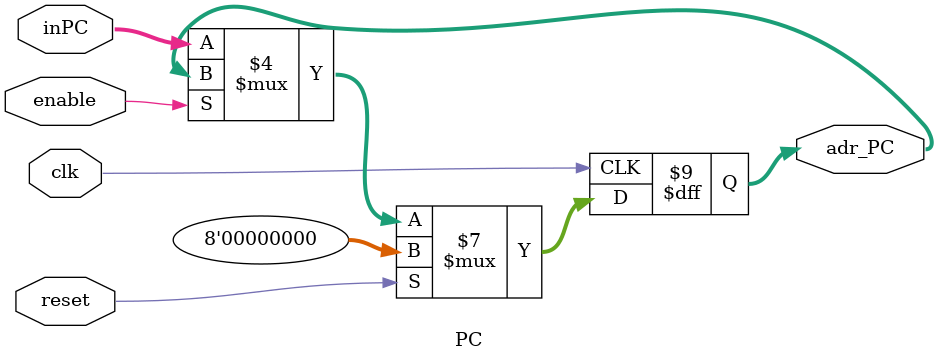
<source format=v>
module PC (enable, inPC , adr_PC , reset ,clk );
  input 		enable;
  input 		[7:0] inPC;
  output	reg[7:0] adr_PC;
  input 		reset ,clk ;

always @(posedge clk)
begin
   
	if (reset==1)
    adr_PC=8'd0;
   
	else
	begin 
	if(!enable)	
		adr_PC <= inPC;
	end
	
 end 
   
 endmodule
</source>
